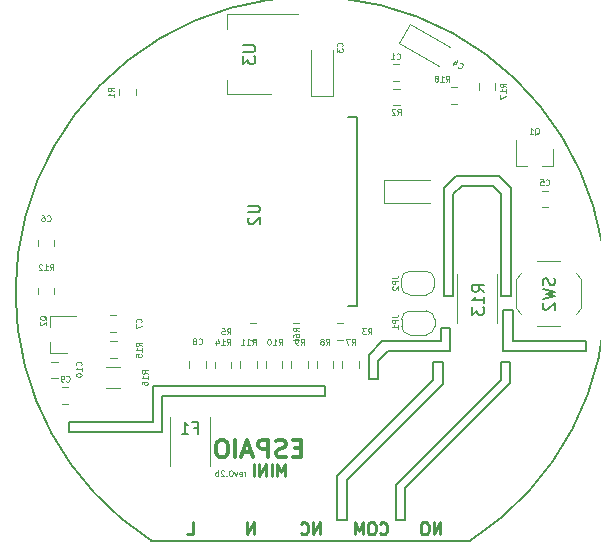
<source format=gbo>
G04 #@! TF.GenerationSoftware,KiCad,Pcbnew,(5.0.0)*
G04 #@! TF.CreationDate,2018-11-08T23:55:30+01:00*
G04 #@! TF.ProjectId,ESPAIO,45535041494F2E6B696361645F706362,rev?*
G04 #@! TF.SameCoordinates,Original*
G04 #@! TF.FileFunction,Legend,Bot*
G04 #@! TF.FilePolarity,Positive*
%FSLAX46Y46*%
G04 Gerber Fmt 4.6, Leading zero omitted, Abs format (unit mm)*
G04 Created by KiCad (PCBNEW (5.0.0)) date 11/08/18 23:55:30*
%MOMM*%
%LPD*%
G01*
G04 APERTURE LIST*
%ADD10C,0.200000*%
%ADD11C,0.125000*%
%ADD12C,0.250000*%
%ADD13C,0.375000*%
%ADD14C,0.120000*%
%ADD15C,0.152400*%
%ADD16C,0.150000*%
G04 APERTURE END LIST*
D10*
X100266500Y-105600500D02*
X100266500Y-102108000D01*
X107315000Y-105600500D02*
X100266500Y-105600500D01*
X107315000Y-104775000D02*
X107315000Y-105600500D01*
X101092000Y-104775000D02*
X107315000Y-104775000D01*
X101092000Y-102108000D02*
X101092000Y-104775000D01*
X100266500Y-102108000D02*
X101092000Y-102108000D01*
X88900000Y-105918000D02*
X90043000Y-104775000D01*
X89725500Y-106426000D02*
X90551000Y-105600500D01*
X100965000Y-91821000D02*
X100965000Y-100965000D01*
X99441000Y-91630500D02*
X100139500Y-92329000D01*
X99949000Y-90805000D02*
X100965000Y-91821000D01*
X95250000Y-91821000D02*
X96266000Y-90805000D01*
X96075500Y-92329000D02*
X96774000Y-91630500D01*
X96266000Y-90805000D02*
X99949000Y-90805000D01*
X95250000Y-100965000D02*
X95250000Y-91821000D01*
X100139500Y-100965000D02*
X100965000Y-100965000D01*
X100139500Y-92329000D02*
X100139500Y-100965000D01*
X96774000Y-91630500D02*
X99441000Y-91630500D01*
X96075500Y-100965000D02*
X96075500Y-92329000D01*
X95250000Y-100965000D02*
X96075500Y-100965000D01*
X88900000Y-105918000D02*
X88900000Y-107950000D01*
X94996000Y-104775000D02*
X90043000Y-104775000D01*
X94996000Y-103632000D02*
X94996000Y-104775000D01*
X95821500Y-103632000D02*
X94996000Y-103632000D01*
X95821500Y-105600500D02*
X95821500Y-103632000D01*
X90551000Y-105600500D02*
X95821500Y-105600500D01*
X89725500Y-107950000D02*
X89725500Y-106426000D01*
X88900000Y-107950000D02*
X89725500Y-107950000D01*
X70612000Y-108585000D02*
X85217000Y-108585000D01*
X85217000Y-109410500D02*
X71437500Y-109410500D01*
X71437500Y-112458500D02*
X71437500Y-109410500D01*
X63500000Y-112458500D02*
X71437500Y-112458500D01*
X85217000Y-108585000D02*
X85217000Y-109410500D01*
X70612000Y-111633000D02*
X70612000Y-108585000D01*
X63500000Y-111633000D02*
X70612000Y-111633000D01*
X63500000Y-112458500D02*
X63500000Y-111633000D01*
X100076000Y-106489500D02*
X100901500Y-106489500D01*
X94361000Y-106489500D02*
X95186500Y-106489500D01*
X91186000Y-119888000D02*
X92011500Y-119888000D01*
X86233000Y-119888000D02*
X87058500Y-119888000D01*
X100076000Y-108077000D02*
X100076000Y-106489500D01*
X100901500Y-108331000D02*
X92011500Y-117221000D01*
X91186000Y-116967000D02*
X100076000Y-108077000D01*
X100901500Y-106489500D02*
X100901500Y-108331000D01*
X91186000Y-119888000D02*
X91186000Y-116967000D01*
X92011500Y-119888000D02*
X92011500Y-117221000D01*
X95186500Y-108394500D02*
X87058500Y-116522500D01*
X95186500Y-106489500D02*
X95186500Y-108394500D01*
X94361000Y-108077000D02*
X94361000Y-106489500D01*
X86233000Y-116205000D02*
X94361000Y-108077000D01*
X86233000Y-119888000D02*
X86233000Y-116205000D01*
X87058500Y-119888000D02*
X87058500Y-116522500D01*
X70510501Y-121635125D02*
G75*
G02X59010501Y-100593500I13499999J21041625D01*
G01*
X59010500Y-100593500D02*
G75*
G02X97510500Y-121635125I25000000J0D01*
G01*
X70510501Y-121635125D02*
X97510500Y-121635125D01*
D11*
X78477904Y-116177190D02*
X78477904Y-115843857D01*
X78477904Y-115939095D02*
X78454095Y-115891476D01*
X78430285Y-115867666D01*
X78382666Y-115843857D01*
X78335047Y-115843857D01*
X77977904Y-116153380D02*
X78025523Y-116177190D01*
X78120761Y-116177190D01*
X78168380Y-116153380D01*
X78192190Y-116105761D01*
X78192190Y-115915285D01*
X78168380Y-115867666D01*
X78120761Y-115843857D01*
X78025523Y-115843857D01*
X77977904Y-115867666D01*
X77954095Y-115915285D01*
X77954095Y-115962904D01*
X78192190Y-116010523D01*
X77787428Y-115843857D02*
X77668380Y-116177190D01*
X77549333Y-115843857D01*
X77263619Y-115677190D02*
X77215999Y-115677190D01*
X77168380Y-115701000D01*
X77144571Y-115724809D01*
X77120761Y-115772428D01*
X77096952Y-115867666D01*
X77096952Y-115986714D01*
X77120761Y-116081952D01*
X77144571Y-116129571D01*
X77168380Y-116153380D01*
X77215999Y-116177190D01*
X77263619Y-116177190D01*
X77311238Y-116153380D01*
X77335047Y-116129571D01*
X77358857Y-116081952D01*
X77382666Y-115986714D01*
X77382666Y-115867666D01*
X77358857Y-115772428D01*
X77335047Y-115724809D01*
X77311238Y-115701000D01*
X77263619Y-115677190D01*
X76882666Y-116129571D02*
X76858857Y-116153380D01*
X76882666Y-116177190D01*
X76906476Y-116153380D01*
X76882666Y-116129571D01*
X76882666Y-116177190D01*
X76668380Y-115724809D02*
X76644571Y-115701000D01*
X76596952Y-115677190D01*
X76477904Y-115677190D01*
X76430285Y-115701000D01*
X76406476Y-115724809D01*
X76382666Y-115772428D01*
X76382666Y-115820047D01*
X76406476Y-115891476D01*
X76692190Y-116177190D01*
X76382666Y-116177190D01*
X76168380Y-116177190D02*
X76168380Y-115677190D01*
X76168380Y-115867666D02*
X76120761Y-115843857D01*
X76025523Y-115843857D01*
X75977904Y-115867666D01*
X75954095Y-115891476D01*
X75930285Y-115939095D01*
X75930285Y-116081952D01*
X75954095Y-116129571D01*
X75977904Y-116153380D01*
X76025523Y-116177190D01*
X76120761Y-116177190D01*
X76168380Y-116153380D01*
D12*
X81851333Y-116149380D02*
X81851333Y-115149380D01*
X81518000Y-115863666D01*
X81184666Y-115149380D01*
X81184666Y-116149380D01*
X80708476Y-116149380D02*
X80708476Y-115149380D01*
X80232285Y-116149380D02*
X80232285Y-115149380D01*
X79660857Y-116149380D01*
X79660857Y-115149380D01*
X79184666Y-116149380D02*
X79184666Y-115149380D01*
X89876214Y-121007142D02*
X89923833Y-121054761D01*
X90066690Y-121102380D01*
X90161928Y-121102380D01*
X90304785Y-121054761D01*
X90400023Y-120959523D01*
X90447642Y-120864285D01*
X90495261Y-120673809D01*
X90495261Y-120530952D01*
X90447642Y-120340476D01*
X90400023Y-120245238D01*
X90304785Y-120150000D01*
X90161928Y-120102380D01*
X90066690Y-120102380D01*
X89923833Y-120150000D01*
X89876214Y-120197619D01*
X89257166Y-120102380D02*
X89066690Y-120102380D01*
X88971452Y-120150000D01*
X88876214Y-120245238D01*
X88828595Y-120435714D01*
X88828595Y-120769047D01*
X88876214Y-120959523D01*
X88971452Y-121054761D01*
X89066690Y-121102380D01*
X89257166Y-121102380D01*
X89352404Y-121054761D01*
X89447642Y-120959523D01*
X89495261Y-120769047D01*
X89495261Y-120435714D01*
X89447642Y-120245238D01*
X89352404Y-120150000D01*
X89257166Y-120102380D01*
X88400023Y-121102380D02*
X88400023Y-120102380D01*
X88066690Y-120816666D01*
X87733357Y-120102380D01*
X87733357Y-121102380D01*
X84796214Y-121102380D02*
X84796214Y-120102380D01*
X84224785Y-121102380D01*
X84224785Y-120102380D01*
X83177166Y-121007142D02*
X83224785Y-121054761D01*
X83367642Y-121102380D01*
X83462880Y-121102380D01*
X83605738Y-121054761D01*
X83700976Y-120959523D01*
X83748595Y-120864285D01*
X83796214Y-120673809D01*
X83796214Y-120530952D01*
X83748595Y-120340476D01*
X83700976Y-120245238D01*
X83605738Y-120150000D01*
X83462880Y-120102380D01*
X83367642Y-120102380D01*
X83224785Y-120150000D01*
X83177166Y-120197619D01*
X73540976Y-121102380D02*
X74017166Y-121102380D01*
X74017166Y-120102380D01*
X94980023Y-121102380D02*
X94980023Y-120102380D01*
X94408595Y-121102380D01*
X94408595Y-120102380D01*
X93741928Y-120102380D02*
X93551452Y-120102380D01*
X93456214Y-120150000D01*
X93360976Y-120245238D01*
X93313357Y-120435714D01*
X93313357Y-120769047D01*
X93360976Y-120959523D01*
X93456214Y-121054761D01*
X93551452Y-121102380D01*
X93741928Y-121102380D01*
X93837166Y-121054761D01*
X93932404Y-120959523D01*
X93980023Y-120769047D01*
X93980023Y-120435714D01*
X93932404Y-120245238D01*
X93837166Y-120150000D01*
X93741928Y-120102380D01*
X79216214Y-121102380D02*
X79216214Y-120102380D01*
X78644785Y-121102380D01*
X78644785Y-120102380D01*
D13*
X83200428Y-113811857D02*
X82700428Y-113811857D01*
X82486142Y-114597571D02*
X83200428Y-114597571D01*
X83200428Y-113097571D01*
X82486142Y-113097571D01*
X81914714Y-114526142D02*
X81700428Y-114597571D01*
X81343285Y-114597571D01*
X81200428Y-114526142D01*
X81129000Y-114454714D01*
X81057571Y-114311857D01*
X81057571Y-114169000D01*
X81129000Y-114026142D01*
X81200428Y-113954714D01*
X81343285Y-113883285D01*
X81629000Y-113811857D01*
X81771857Y-113740428D01*
X81843285Y-113669000D01*
X81914714Y-113526142D01*
X81914714Y-113383285D01*
X81843285Y-113240428D01*
X81771857Y-113169000D01*
X81629000Y-113097571D01*
X81271857Y-113097571D01*
X81057571Y-113169000D01*
X80414714Y-114597571D02*
X80414714Y-113097571D01*
X79843285Y-113097571D01*
X79700428Y-113169000D01*
X79629000Y-113240428D01*
X79557571Y-113383285D01*
X79557571Y-113597571D01*
X79629000Y-113740428D01*
X79700428Y-113811857D01*
X79843285Y-113883285D01*
X80414714Y-113883285D01*
X78986142Y-114169000D02*
X78271857Y-114169000D01*
X79129000Y-114597571D02*
X78629000Y-113097571D01*
X78129000Y-114597571D01*
X77629000Y-114597571D02*
X77629000Y-113097571D01*
X76629000Y-113097571D02*
X76343285Y-113097571D01*
X76200428Y-113169000D01*
X76057571Y-113311857D01*
X75986142Y-113597571D01*
X75986142Y-114097571D01*
X76057571Y-114383285D01*
X76200428Y-114526142D01*
X76343285Y-114597571D01*
X76629000Y-114597571D01*
X76771857Y-114526142D01*
X76914714Y-114383285D01*
X76986142Y-114097571D01*
X76986142Y-113597571D01*
X76914714Y-113311857D01*
X76771857Y-113169000D01*
X76629000Y-113097571D01*
D14*
G04 #@! TO.C,JP2*
X92376000Y-100822000D02*
X93776000Y-100822000D01*
X94476000Y-100122000D02*
X94476000Y-99522000D01*
X93776000Y-98822000D02*
X92376000Y-98822000D01*
X91676000Y-99522000D02*
X91676000Y-100122000D01*
X91676000Y-100122000D02*
G75*
G03X92376000Y-100822000I700000J0D01*
G01*
X92376000Y-98822000D02*
G75*
G03X91676000Y-99522000I0J-700000D01*
G01*
X94476000Y-99522000D02*
G75*
G03X93776000Y-98822000I-700000J0D01*
G01*
X93776000Y-100822000D02*
G75*
G03X94476000Y-100122000I0J700000D01*
G01*
G04 #@! TO.C,JP1*
X92391000Y-104187500D02*
X93791000Y-104187500D01*
X94491000Y-103487500D02*
X94491000Y-102887500D01*
X93791000Y-102187500D02*
X92391000Y-102187500D01*
X91691000Y-102887500D02*
X91691000Y-103487500D01*
X91691000Y-103487500D02*
G75*
G03X92391000Y-104187500I700000J0D01*
G01*
X92391000Y-102187500D02*
G75*
G03X91691000Y-102887500I0J-700000D01*
G01*
X94491000Y-102887500D02*
G75*
G03X93791000Y-102187500I-700000J0D01*
G01*
X93791000Y-104187500D02*
G75*
G03X94491000Y-103487500I0J700000D01*
G01*
G04 #@! TO.C,C4*
X92446981Y-77918266D02*
X95833141Y-79873266D01*
X91511981Y-79537734D02*
X92446981Y-77918266D01*
X94898141Y-81492734D02*
X91511981Y-79537734D01*
G04 #@! TO.C,U3*
X76918500Y-83864500D02*
X76918500Y-82604500D01*
X76918500Y-77044500D02*
X76918500Y-78304500D01*
X80678500Y-83864500D02*
X76918500Y-83864500D01*
X82928500Y-77044500D02*
X76918500Y-77044500D01*
G04 #@! TO.C,R8*
X85927000Y-106469922D02*
X85927000Y-106987078D01*
X84507000Y-106469922D02*
X84507000Y-106987078D01*
G04 #@! TO.C,R14*
X77291000Y-106499922D02*
X77291000Y-107017078D01*
X75871000Y-106499922D02*
X75871000Y-107017078D01*
G04 #@! TO.C,R9*
X82348000Y-106469922D02*
X82348000Y-106987078D01*
X83768000Y-106469922D02*
X83768000Y-106987078D01*
G04 #@! TO.C,R7*
X86666000Y-106469922D02*
X86666000Y-106987078D01*
X88086000Y-106469922D02*
X88086000Y-106987078D01*
G04 #@! TO.C,R11*
X78030000Y-106469922D02*
X78030000Y-106987078D01*
X79450000Y-106469922D02*
X79450000Y-106987078D01*
G04 #@! TO.C,R10*
X81609000Y-106469922D02*
X81609000Y-106987078D01*
X80189000Y-106469922D02*
X80189000Y-106987078D01*
G04 #@! TO.C,Q1*
X104516000Y-89898000D02*
X104516000Y-88438000D01*
X101356000Y-89898000D02*
X101356000Y-87738000D01*
X101356000Y-89898000D02*
X102286000Y-89898000D01*
X104516000Y-89898000D02*
X103586000Y-89898000D01*
D15*
G04 #@! TO.C,U2*
X87171500Y-85767500D02*
X87933500Y-85767500D01*
X87933500Y-85767500D02*
X87933500Y-101769500D01*
X87933500Y-101769500D02*
X87171500Y-101769500D01*
D14*
G04 #@! TO.C,C1*
X90942422Y-81268500D02*
X91459578Y-81268500D01*
X90942422Y-82688500D02*
X91459578Y-82688500D01*
G04 #@! TO.C,C6*
X60885000Y-96212922D02*
X60885000Y-96730078D01*
X62305000Y-96212922D02*
X62305000Y-96730078D01*
G04 #@! TO.C,C7*
X67036422Y-102541000D02*
X67553578Y-102541000D01*
X67036422Y-103961000D02*
X67553578Y-103961000D01*
G04 #@! TO.C,C8*
X73712000Y-106469922D02*
X73712000Y-106987078D01*
X75132000Y-106469922D02*
X75132000Y-106987078D01*
G04 #@! TO.C,C9*
X63456078Y-110057000D02*
X62938922Y-110057000D01*
X63456078Y-108637000D02*
X62938922Y-108637000D01*
G04 #@! TO.C,C10*
X62049922Y-107898000D02*
X62567078Y-107898000D01*
X62049922Y-106478000D02*
X62567078Y-106478000D01*
G04 #@! TO.C,Q2*
X61930500Y-105786000D02*
X61930500Y-104856000D01*
X61930500Y-102626000D02*
X61930500Y-103556000D01*
X61930500Y-102626000D02*
X64090500Y-102626000D01*
X61930500Y-105786000D02*
X63390500Y-105786000D01*
G04 #@! TO.C,R1*
X67806500Y-83903078D02*
X67806500Y-83385922D01*
X69226500Y-83903078D02*
X69226500Y-83385922D01*
G04 #@! TO.C,R3*
X86243422Y-103239500D02*
X86760578Y-103239500D01*
X86243422Y-104659500D02*
X86760578Y-104659500D01*
G04 #@! TO.C,R5*
X78847422Y-104659500D02*
X79364578Y-104659500D01*
X78847422Y-103239500D02*
X79364578Y-103239500D01*
G04 #@! TO.C,R6*
X82530422Y-104659500D02*
X83047578Y-104659500D01*
X82530422Y-103239500D02*
X83047578Y-103239500D01*
G04 #@! TO.C,R12*
X60885000Y-100764078D02*
X60885000Y-100246922D01*
X62305000Y-100764078D02*
X62305000Y-100246922D01*
G04 #@! TO.C,R15*
X67568578Y-104763500D02*
X67051422Y-104763500D01*
X67568578Y-106183500D02*
X67051422Y-106183500D01*
G04 #@! TO.C,R17*
X98223000Y-82926422D02*
X98223000Y-83443578D01*
X99643000Y-82926422D02*
X99643000Y-83443578D01*
G04 #@! TO.C,R18*
X95880422Y-83237000D02*
X96397578Y-83237000D01*
X95880422Y-84657000D02*
X96397578Y-84657000D01*
G04 #@! TO.C,R13*
X99817500Y-103207564D02*
X99817500Y-99103436D01*
X96397500Y-103207564D02*
X96397500Y-99103436D01*
G04 #@! TO.C,R16*
X67851564Y-106913000D02*
X66647436Y-106913000D01*
X67851564Y-108733000D02*
X66647436Y-108733000D01*
G04 #@! TO.C,C3*
X85898000Y-80108000D02*
X85898000Y-84018000D01*
X85898000Y-84018000D02*
X84028000Y-84018000D01*
X84028000Y-84018000D02*
X84028000Y-80108000D01*
G04 #@! TO.C,D2*
X90207000Y-93075000D02*
X90207000Y-91075000D01*
X90207000Y-91075000D02*
X94107000Y-91075000D01*
X90207000Y-93075000D02*
X94107000Y-93075000D01*
G04 #@! TO.C,C5*
X104066078Y-92000000D02*
X103548922Y-92000000D01*
X104066078Y-93420000D02*
X103548922Y-93420000D01*
G04 #@! TO.C,SW2*
X106440000Y-99011000D02*
X106890000Y-99461000D01*
X106440000Y-102411000D02*
X106890000Y-101961000D01*
X101840000Y-102411000D02*
X101390000Y-101961000D01*
X101840000Y-99011000D02*
X101390000Y-99461000D01*
X103140000Y-103461000D02*
X105140000Y-103461000D01*
X106890000Y-99461000D02*
X106890000Y-101961000D01*
X103140000Y-97961000D02*
X105140000Y-97961000D01*
X101390000Y-99461000D02*
X101390000Y-101961000D01*
G04 #@! TO.C,F1*
X75497000Y-115315064D02*
X75497000Y-111210936D01*
X72077000Y-115315064D02*
X72077000Y-111210936D01*
G04 #@! TO.C,R2*
X91005922Y-84784000D02*
X91523078Y-84784000D01*
X91005922Y-83364000D02*
X91523078Y-83364000D01*
G04 #@! TD*
G04 #@! TO.C,JP2*
D11*
X90912190Y-99405333D02*
X91269333Y-99405333D01*
X91340761Y-99381523D01*
X91388380Y-99333904D01*
X91412190Y-99262476D01*
X91412190Y-99214857D01*
X91412190Y-99643428D02*
X90912190Y-99643428D01*
X90912190Y-99833904D01*
X90936000Y-99881523D01*
X90959809Y-99905333D01*
X91007428Y-99929142D01*
X91078857Y-99929142D01*
X91126476Y-99905333D01*
X91150285Y-99881523D01*
X91174095Y-99833904D01*
X91174095Y-99643428D01*
X90959809Y-100119619D02*
X90936000Y-100143428D01*
X90912190Y-100191047D01*
X90912190Y-100310095D01*
X90936000Y-100357714D01*
X90959809Y-100381523D01*
X91007428Y-100405333D01*
X91055047Y-100405333D01*
X91126476Y-100381523D01*
X91412190Y-100095809D01*
X91412190Y-100405333D01*
G04 #@! TO.C,JP1*
X90912190Y-102707333D02*
X91269333Y-102707333D01*
X91340761Y-102683523D01*
X91388380Y-102635904D01*
X91412190Y-102564476D01*
X91412190Y-102516857D01*
X91412190Y-102945428D02*
X90912190Y-102945428D01*
X90912190Y-103135904D01*
X90936000Y-103183523D01*
X90959809Y-103207333D01*
X91007428Y-103231142D01*
X91078857Y-103231142D01*
X91126476Y-103207333D01*
X91150285Y-103183523D01*
X91174095Y-103135904D01*
X91174095Y-102945428D01*
X91412190Y-103707333D02*
X91412190Y-103421619D01*
X91412190Y-103564476D02*
X90912190Y-103564476D01*
X90983619Y-103516857D01*
X91031238Y-103469238D01*
X91055047Y-103421619D01*
G04 #@! TO.C,C4*
X96451840Y-81516314D02*
X96460554Y-81548838D01*
X96510509Y-81605172D01*
X96551748Y-81628981D01*
X96625512Y-81644076D01*
X96690561Y-81626646D01*
X96734990Y-81597312D01*
X96803228Y-81526738D01*
X96838943Y-81464879D01*
X96865942Y-81370496D01*
X96869132Y-81317352D01*
X96851702Y-81252303D01*
X96801748Y-81195969D01*
X96760509Y-81172159D01*
X96686745Y-81157065D01*
X96654221Y-81165779D01*
X96223543Y-81054592D02*
X96056876Y-81343267D01*
X96421879Y-80949159D02*
X96346406Y-81317977D01*
X96078351Y-81163215D01*
G04 #@! TO.C,U3*
D16*
X78305880Y-79692595D02*
X79115404Y-79692595D01*
X79210642Y-79740214D01*
X79258261Y-79787833D01*
X79305880Y-79883071D01*
X79305880Y-80073547D01*
X79258261Y-80168785D01*
X79210642Y-80216404D01*
X79115404Y-80264023D01*
X78305880Y-80264023D01*
X78305880Y-80644976D02*
X78305880Y-81264023D01*
X78686833Y-80930690D01*
X78686833Y-81073547D01*
X78734452Y-81168785D01*
X78782071Y-81216404D01*
X78877309Y-81264023D01*
X79115404Y-81264023D01*
X79210642Y-81216404D01*
X79258261Y-81168785D01*
X79305880Y-81073547D01*
X79305880Y-80787833D01*
X79258261Y-80692595D01*
X79210642Y-80644976D01*
G04 #@! TO.C,R8*
D11*
X85300333Y-105047190D02*
X85467000Y-104809095D01*
X85586047Y-105047190D02*
X85586047Y-104547190D01*
X85395571Y-104547190D01*
X85347952Y-104571000D01*
X85324142Y-104594809D01*
X85300333Y-104642428D01*
X85300333Y-104713857D01*
X85324142Y-104761476D01*
X85347952Y-104785285D01*
X85395571Y-104809095D01*
X85586047Y-104809095D01*
X85014619Y-104761476D02*
X85062238Y-104737666D01*
X85086047Y-104713857D01*
X85109857Y-104666238D01*
X85109857Y-104642428D01*
X85086047Y-104594809D01*
X85062238Y-104571000D01*
X85014619Y-104547190D01*
X84919380Y-104547190D01*
X84871761Y-104571000D01*
X84847952Y-104594809D01*
X84824142Y-104642428D01*
X84824142Y-104666238D01*
X84847952Y-104713857D01*
X84871761Y-104737666D01*
X84919380Y-104761476D01*
X85014619Y-104761476D01*
X85062238Y-104785285D01*
X85086047Y-104809095D01*
X85109857Y-104856714D01*
X85109857Y-104951952D01*
X85086047Y-104999571D01*
X85062238Y-105023380D01*
X85014619Y-105047190D01*
X84919380Y-105047190D01*
X84871761Y-105023380D01*
X84847952Y-104999571D01*
X84824142Y-104951952D01*
X84824142Y-104856714D01*
X84847952Y-104809095D01*
X84871761Y-104785285D01*
X84919380Y-104761476D01*
G04 #@! TO.C,R14*
X76902428Y-105077190D02*
X77069095Y-104839095D01*
X77188142Y-105077190D02*
X77188142Y-104577190D01*
X76997666Y-104577190D01*
X76950047Y-104601000D01*
X76926238Y-104624809D01*
X76902428Y-104672428D01*
X76902428Y-104743857D01*
X76926238Y-104791476D01*
X76950047Y-104815285D01*
X76997666Y-104839095D01*
X77188142Y-104839095D01*
X76426238Y-105077190D02*
X76711952Y-105077190D01*
X76569095Y-105077190D02*
X76569095Y-104577190D01*
X76616714Y-104648619D01*
X76664333Y-104696238D01*
X76711952Y-104720047D01*
X75997666Y-104743857D02*
X75997666Y-105077190D01*
X76116714Y-104553380D02*
X76235761Y-104910523D01*
X75926238Y-104910523D01*
G04 #@! TO.C,R9*
X83141333Y-105054672D02*
X83308000Y-104816577D01*
X83427047Y-105054672D02*
X83427047Y-104554672D01*
X83236571Y-104554672D01*
X83188952Y-104578482D01*
X83165142Y-104602291D01*
X83141333Y-104649910D01*
X83141333Y-104721339D01*
X83165142Y-104768958D01*
X83188952Y-104792767D01*
X83236571Y-104816577D01*
X83427047Y-104816577D01*
X82903238Y-105054672D02*
X82808000Y-105054672D01*
X82760380Y-105030862D01*
X82736571Y-105007053D01*
X82688952Y-104935624D01*
X82665142Y-104840386D01*
X82665142Y-104649910D01*
X82688952Y-104602291D01*
X82712761Y-104578482D01*
X82760380Y-104554672D01*
X82855619Y-104554672D01*
X82903238Y-104578482D01*
X82927047Y-104602291D01*
X82950857Y-104649910D01*
X82950857Y-104768958D01*
X82927047Y-104816577D01*
X82903238Y-104840386D01*
X82855619Y-104864196D01*
X82760380Y-104864196D01*
X82712761Y-104840386D01*
X82688952Y-104816577D01*
X82665142Y-104768958D01*
G04 #@! TO.C,R7*
X87459333Y-105049672D02*
X87626000Y-104811577D01*
X87745047Y-105049672D02*
X87745047Y-104549672D01*
X87554571Y-104549672D01*
X87506952Y-104573482D01*
X87483142Y-104597291D01*
X87459333Y-104644910D01*
X87459333Y-104716339D01*
X87483142Y-104763958D01*
X87506952Y-104787767D01*
X87554571Y-104811577D01*
X87745047Y-104811577D01*
X87292666Y-104549672D02*
X86959333Y-104549672D01*
X87173619Y-105049672D01*
G04 #@! TO.C,R11*
X79061428Y-105034690D02*
X79228095Y-104796595D01*
X79347142Y-105034690D02*
X79347142Y-104534690D01*
X79156666Y-104534690D01*
X79109047Y-104558500D01*
X79085238Y-104582309D01*
X79061428Y-104629928D01*
X79061428Y-104701357D01*
X79085238Y-104748976D01*
X79109047Y-104772785D01*
X79156666Y-104796595D01*
X79347142Y-104796595D01*
X78585238Y-105034690D02*
X78870952Y-105034690D01*
X78728095Y-105034690D02*
X78728095Y-104534690D01*
X78775714Y-104606119D01*
X78823333Y-104653738D01*
X78870952Y-104677547D01*
X78109047Y-105034690D02*
X78394761Y-105034690D01*
X78251904Y-105034690D02*
X78251904Y-104534690D01*
X78299523Y-104606119D01*
X78347142Y-104653738D01*
X78394761Y-104677547D01*
G04 #@! TO.C,R10*
X81283928Y-105054672D02*
X81450595Y-104816577D01*
X81569642Y-105054672D02*
X81569642Y-104554672D01*
X81379166Y-104554672D01*
X81331547Y-104578482D01*
X81307738Y-104602291D01*
X81283928Y-104649910D01*
X81283928Y-104721339D01*
X81307738Y-104768958D01*
X81331547Y-104792767D01*
X81379166Y-104816577D01*
X81569642Y-104816577D01*
X80807738Y-105054672D02*
X81093452Y-105054672D01*
X80950595Y-105054672D02*
X80950595Y-104554672D01*
X80998214Y-104626101D01*
X81045833Y-104673720D01*
X81093452Y-104697529D01*
X80498214Y-104554672D02*
X80450595Y-104554672D01*
X80402976Y-104578482D01*
X80379166Y-104602291D01*
X80355357Y-104649910D01*
X80331547Y-104745148D01*
X80331547Y-104864196D01*
X80355357Y-104959434D01*
X80379166Y-105007053D01*
X80402976Y-105030862D01*
X80450595Y-105054672D01*
X80498214Y-105054672D01*
X80545833Y-105030862D01*
X80569642Y-105007053D01*
X80593452Y-104959434D01*
X80617261Y-104864196D01*
X80617261Y-104745148D01*
X80593452Y-104649910D01*
X80569642Y-104602291D01*
X80545833Y-104578482D01*
X80498214Y-104554672D01*
G04 #@! TO.C,Q1*
X102983619Y-87252809D02*
X103031238Y-87229000D01*
X103078857Y-87181380D01*
X103150285Y-87109952D01*
X103197904Y-87086142D01*
X103245523Y-87086142D01*
X103221714Y-87205190D02*
X103269333Y-87181380D01*
X103316952Y-87133761D01*
X103340761Y-87038523D01*
X103340761Y-86871857D01*
X103316952Y-86776619D01*
X103269333Y-86729000D01*
X103221714Y-86705190D01*
X103126476Y-86705190D01*
X103078857Y-86729000D01*
X103031238Y-86776619D01*
X103007428Y-86871857D01*
X103007428Y-87038523D01*
X103031238Y-87133761D01*
X103078857Y-87181380D01*
X103126476Y-87205190D01*
X103221714Y-87205190D01*
X102531238Y-87205190D02*
X102816952Y-87205190D01*
X102674095Y-87205190D02*
X102674095Y-86705190D01*
X102721714Y-86776619D01*
X102769333Y-86824238D01*
X102816952Y-86848047D01*
G04 #@! TO.C,U2*
D16*
X78700380Y-93281595D02*
X79509904Y-93281595D01*
X79605142Y-93329214D01*
X79652761Y-93376833D01*
X79700380Y-93472071D01*
X79700380Y-93662547D01*
X79652761Y-93757785D01*
X79605142Y-93805404D01*
X79509904Y-93853023D01*
X78700380Y-93853023D01*
X78795619Y-94281595D02*
X78748000Y-94329214D01*
X78700380Y-94424452D01*
X78700380Y-94662547D01*
X78748000Y-94757785D01*
X78795619Y-94805404D01*
X78890857Y-94853023D01*
X78986095Y-94853023D01*
X79128952Y-94805404D01*
X79700380Y-94233976D01*
X79700380Y-94853023D01*
G04 #@! TO.C,C1*
D11*
X91269333Y-80823571D02*
X91293142Y-80847380D01*
X91364571Y-80871190D01*
X91412190Y-80871190D01*
X91483619Y-80847380D01*
X91531238Y-80799761D01*
X91555047Y-80752142D01*
X91578857Y-80656904D01*
X91578857Y-80585476D01*
X91555047Y-80490238D01*
X91531238Y-80442619D01*
X91483619Y-80395000D01*
X91412190Y-80371190D01*
X91364571Y-80371190D01*
X91293142Y-80395000D01*
X91269333Y-80418809D01*
X90793142Y-80871190D02*
X91078857Y-80871190D01*
X90936000Y-80871190D02*
X90936000Y-80371190D01*
X90983619Y-80442619D01*
X91031238Y-80490238D01*
X91078857Y-80514047D01*
G04 #@! TO.C,C6*
X61678333Y-94539571D02*
X61702142Y-94563380D01*
X61773571Y-94587190D01*
X61821190Y-94587190D01*
X61892619Y-94563380D01*
X61940238Y-94515761D01*
X61964047Y-94468142D01*
X61987857Y-94372904D01*
X61987857Y-94301476D01*
X61964047Y-94206238D01*
X61940238Y-94158619D01*
X61892619Y-94111000D01*
X61821190Y-94087190D01*
X61773571Y-94087190D01*
X61702142Y-94111000D01*
X61678333Y-94134809D01*
X61249761Y-94087190D02*
X61345000Y-94087190D01*
X61392619Y-94111000D01*
X61416428Y-94134809D01*
X61464047Y-94206238D01*
X61487857Y-94301476D01*
X61487857Y-94491952D01*
X61464047Y-94539571D01*
X61440238Y-94563380D01*
X61392619Y-94587190D01*
X61297380Y-94587190D01*
X61249761Y-94563380D01*
X61225952Y-94539571D01*
X61202142Y-94491952D01*
X61202142Y-94372904D01*
X61225952Y-94325285D01*
X61249761Y-94301476D01*
X61297380Y-94277666D01*
X61392619Y-94277666D01*
X61440238Y-94301476D01*
X61464047Y-94325285D01*
X61487857Y-94372904D01*
G04 #@! TO.C,C7*
X69647571Y-103167666D02*
X69671380Y-103143857D01*
X69695190Y-103072428D01*
X69695190Y-103024809D01*
X69671380Y-102953380D01*
X69623761Y-102905761D01*
X69576142Y-102881952D01*
X69480904Y-102858142D01*
X69409476Y-102858142D01*
X69314238Y-102881952D01*
X69266619Y-102905761D01*
X69219000Y-102953380D01*
X69195190Y-103024809D01*
X69195190Y-103072428D01*
X69219000Y-103143857D01*
X69242809Y-103167666D01*
X69195190Y-103334333D02*
X69195190Y-103667666D01*
X69695190Y-103453380D01*
G04 #@! TO.C,C8*
X74505333Y-104953571D02*
X74529142Y-104977380D01*
X74600571Y-105001190D01*
X74648190Y-105001190D01*
X74719619Y-104977380D01*
X74767238Y-104929761D01*
X74791047Y-104882142D01*
X74814857Y-104786904D01*
X74814857Y-104715476D01*
X74791047Y-104620238D01*
X74767238Y-104572619D01*
X74719619Y-104525000D01*
X74648190Y-104501190D01*
X74600571Y-104501190D01*
X74529142Y-104525000D01*
X74505333Y-104548809D01*
X74219619Y-104715476D02*
X74267238Y-104691666D01*
X74291047Y-104667857D01*
X74314857Y-104620238D01*
X74314857Y-104596428D01*
X74291047Y-104548809D01*
X74267238Y-104525000D01*
X74219619Y-104501190D01*
X74124380Y-104501190D01*
X74076761Y-104525000D01*
X74052952Y-104548809D01*
X74029142Y-104596428D01*
X74029142Y-104620238D01*
X74052952Y-104667857D01*
X74076761Y-104691666D01*
X74124380Y-104715476D01*
X74219619Y-104715476D01*
X74267238Y-104739285D01*
X74291047Y-104763095D01*
X74314857Y-104810714D01*
X74314857Y-104905952D01*
X74291047Y-104953571D01*
X74267238Y-104977380D01*
X74219619Y-105001190D01*
X74124380Y-105001190D01*
X74076761Y-104977380D01*
X74052952Y-104953571D01*
X74029142Y-104905952D01*
X74029142Y-104810714D01*
X74052952Y-104763095D01*
X74076761Y-104739285D01*
X74124380Y-104715476D01*
G04 #@! TO.C,C9*
X63295833Y-108128571D02*
X63319642Y-108152380D01*
X63391071Y-108176190D01*
X63438690Y-108176190D01*
X63510119Y-108152380D01*
X63557738Y-108104761D01*
X63581547Y-108057142D01*
X63605357Y-107961904D01*
X63605357Y-107890476D01*
X63581547Y-107795238D01*
X63557738Y-107747619D01*
X63510119Y-107700000D01*
X63438690Y-107676190D01*
X63391071Y-107676190D01*
X63319642Y-107700000D01*
X63295833Y-107723809D01*
X63057738Y-108176190D02*
X62962500Y-108176190D01*
X62914880Y-108152380D01*
X62891071Y-108128571D01*
X62843452Y-108057142D01*
X62819642Y-107961904D01*
X62819642Y-107771428D01*
X62843452Y-107723809D01*
X62867261Y-107700000D01*
X62914880Y-107676190D01*
X63010119Y-107676190D01*
X63057738Y-107700000D01*
X63081547Y-107723809D01*
X63105357Y-107771428D01*
X63105357Y-107890476D01*
X63081547Y-107938095D01*
X63057738Y-107961904D01*
X63010119Y-107985714D01*
X62914880Y-107985714D01*
X62867261Y-107961904D01*
X62843452Y-107938095D01*
X62819642Y-107890476D01*
G04 #@! TO.C,C10*
X64567571Y-106803071D02*
X64591380Y-106779261D01*
X64615190Y-106707833D01*
X64615190Y-106660214D01*
X64591380Y-106588785D01*
X64543761Y-106541166D01*
X64496142Y-106517357D01*
X64400904Y-106493547D01*
X64329476Y-106493547D01*
X64234238Y-106517357D01*
X64186619Y-106541166D01*
X64139000Y-106588785D01*
X64115190Y-106660214D01*
X64115190Y-106707833D01*
X64139000Y-106779261D01*
X64162809Y-106803071D01*
X64615190Y-107279261D02*
X64615190Y-106993547D01*
X64615190Y-107136404D02*
X64115190Y-107136404D01*
X64186619Y-107088785D01*
X64234238Y-107041166D01*
X64258047Y-106993547D01*
X64115190Y-107588785D02*
X64115190Y-107636404D01*
X64139000Y-107684023D01*
X64162809Y-107707833D01*
X64210428Y-107731642D01*
X64305666Y-107755452D01*
X64424714Y-107755452D01*
X64519952Y-107731642D01*
X64567571Y-107707833D01*
X64591380Y-107684023D01*
X64615190Y-107636404D01*
X64615190Y-107588785D01*
X64591380Y-107541166D01*
X64567571Y-107517357D01*
X64519952Y-107493547D01*
X64424714Y-107469738D01*
X64305666Y-107469738D01*
X64210428Y-107493547D01*
X64162809Y-107517357D01*
X64139000Y-107541166D01*
X64115190Y-107588785D01*
G04 #@! TO.C,Q2*
X61614809Y-102949380D02*
X61591000Y-102901761D01*
X61543380Y-102854142D01*
X61471952Y-102782714D01*
X61448142Y-102735095D01*
X61448142Y-102687476D01*
X61567190Y-102711285D02*
X61543380Y-102663666D01*
X61495761Y-102616047D01*
X61400523Y-102592238D01*
X61233857Y-102592238D01*
X61138619Y-102616047D01*
X61091000Y-102663666D01*
X61067190Y-102711285D01*
X61067190Y-102806523D01*
X61091000Y-102854142D01*
X61138619Y-102901761D01*
X61233857Y-102925571D01*
X61400523Y-102925571D01*
X61495761Y-102901761D01*
X61543380Y-102854142D01*
X61567190Y-102806523D01*
X61567190Y-102711285D01*
X61114809Y-103116047D02*
X61091000Y-103139857D01*
X61067190Y-103187476D01*
X61067190Y-103306523D01*
X61091000Y-103354142D01*
X61114809Y-103377952D01*
X61162428Y-103401761D01*
X61210047Y-103401761D01*
X61281476Y-103377952D01*
X61567190Y-103092238D01*
X61567190Y-103401761D01*
G04 #@! TO.C,R1*
X67345690Y-83609666D02*
X67107595Y-83443000D01*
X67345690Y-83323952D02*
X66845690Y-83323952D01*
X66845690Y-83514428D01*
X66869500Y-83562047D01*
X66893309Y-83585857D01*
X66940928Y-83609666D01*
X67012357Y-83609666D01*
X67059976Y-83585857D01*
X67083785Y-83562047D01*
X67107595Y-83514428D01*
X67107595Y-83323952D01*
X67345690Y-84085857D02*
X67345690Y-83800142D01*
X67345690Y-83943000D02*
X66845690Y-83943000D01*
X66917119Y-83895380D01*
X66964738Y-83847761D01*
X66988547Y-83800142D01*
G04 #@! TO.C,R3*
X88856333Y-104175690D02*
X89023000Y-103937595D01*
X89142047Y-104175690D02*
X89142047Y-103675690D01*
X88951571Y-103675690D01*
X88903952Y-103699500D01*
X88880142Y-103723309D01*
X88856333Y-103770928D01*
X88856333Y-103842357D01*
X88880142Y-103889976D01*
X88903952Y-103913785D01*
X88951571Y-103937595D01*
X89142047Y-103937595D01*
X88689666Y-103675690D02*
X88380142Y-103675690D01*
X88546809Y-103866166D01*
X88475380Y-103866166D01*
X88427761Y-103889976D01*
X88403952Y-103913785D01*
X88380142Y-103961404D01*
X88380142Y-104080452D01*
X88403952Y-104128071D01*
X88427761Y-104151880D01*
X88475380Y-104175690D01*
X88618238Y-104175690D01*
X88665857Y-104151880D01*
X88689666Y-104128071D01*
G04 #@! TO.C,R5*
X76918333Y-104175690D02*
X77085000Y-103937595D01*
X77204047Y-104175690D02*
X77204047Y-103675690D01*
X77013571Y-103675690D01*
X76965952Y-103699500D01*
X76942142Y-103723309D01*
X76918333Y-103770928D01*
X76918333Y-103842357D01*
X76942142Y-103889976D01*
X76965952Y-103913785D01*
X77013571Y-103937595D01*
X77204047Y-103937595D01*
X76465952Y-103675690D02*
X76704047Y-103675690D01*
X76727857Y-103913785D01*
X76704047Y-103889976D01*
X76656428Y-103866166D01*
X76537380Y-103866166D01*
X76489761Y-103889976D01*
X76465952Y-103913785D01*
X76442142Y-103961404D01*
X76442142Y-104080452D01*
X76465952Y-104128071D01*
X76489761Y-104151880D01*
X76537380Y-104175690D01*
X76656428Y-104175690D01*
X76704047Y-104151880D01*
X76727857Y-104128071D01*
G04 #@! TO.C,R6*
X83030190Y-103929666D02*
X82792095Y-103763000D01*
X83030190Y-103643952D02*
X82530190Y-103643952D01*
X82530190Y-103834428D01*
X82554000Y-103882047D01*
X82577809Y-103905857D01*
X82625428Y-103929666D01*
X82696857Y-103929666D01*
X82744476Y-103905857D01*
X82768285Y-103882047D01*
X82792095Y-103834428D01*
X82792095Y-103643952D01*
X82530190Y-104358238D02*
X82530190Y-104263000D01*
X82554000Y-104215380D01*
X82577809Y-104191571D01*
X82649238Y-104143952D01*
X82744476Y-104120142D01*
X82934952Y-104120142D01*
X82982571Y-104143952D01*
X83006380Y-104167761D01*
X83030190Y-104215380D01*
X83030190Y-104310619D01*
X83006380Y-104358238D01*
X82982571Y-104382047D01*
X82934952Y-104405857D01*
X82815904Y-104405857D01*
X82768285Y-104382047D01*
X82744476Y-104358238D01*
X82720666Y-104310619D01*
X82720666Y-104215380D01*
X82744476Y-104167761D01*
X82768285Y-104143952D01*
X82815904Y-104120142D01*
G04 #@! TO.C,R12*
X61916428Y-98748190D02*
X62083095Y-98510095D01*
X62202142Y-98748190D02*
X62202142Y-98248190D01*
X62011666Y-98248190D01*
X61964047Y-98272000D01*
X61940238Y-98295809D01*
X61916428Y-98343428D01*
X61916428Y-98414857D01*
X61940238Y-98462476D01*
X61964047Y-98486285D01*
X62011666Y-98510095D01*
X62202142Y-98510095D01*
X61440238Y-98748190D02*
X61725952Y-98748190D01*
X61583095Y-98748190D02*
X61583095Y-98248190D01*
X61630714Y-98319619D01*
X61678333Y-98367238D01*
X61725952Y-98391047D01*
X61249761Y-98295809D02*
X61225952Y-98272000D01*
X61178333Y-98248190D01*
X61059285Y-98248190D01*
X61011666Y-98272000D01*
X60987857Y-98295809D01*
X60964047Y-98343428D01*
X60964047Y-98391047D01*
X60987857Y-98462476D01*
X61273571Y-98748190D01*
X60964047Y-98748190D01*
G04 #@! TO.C,R15*
X69695190Y-105152071D02*
X69457095Y-104985404D01*
X69695190Y-104866357D02*
X69195190Y-104866357D01*
X69195190Y-105056833D01*
X69219000Y-105104452D01*
X69242809Y-105128261D01*
X69290428Y-105152071D01*
X69361857Y-105152071D01*
X69409476Y-105128261D01*
X69433285Y-105104452D01*
X69457095Y-105056833D01*
X69457095Y-104866357D01*
X69695190Y-105628261D02*
X69695190Y-105342547D01*
X69695190Y-105485404D02*
X69195190Y-105485404D01*
X69266619Y-105437785D01*
X69314238Y-105390166D01*
X69338047Y-105342547D01*
X69195190Y-106080642D02*
X69195190Y-105842547D01*
X69433285Y-105818738D01*
X69409476Y-105842547D01*
X69385666Y-105890166D01*
X69385666Y-106009214D01*
X69409476Y-106056833D01*
X69433285Y-106080642D01*
X69480904Y-106104452D01*
X69599952Y-106104452D01*
X69647571Y-106080642D01*
X69671380Y-106056833D01*
X69695190Y-106009214D01*
X69695190Y-105890166D01*
X69671380Y-105842547D01*
X69647571Y-105818738D01*
G04 #@! TO.C,R17*
X100556190Y-83244571D02*
X100318095Y-83077904D01*
X100556190Y-82958857D02*
X100056190Y-82958857D01*
X100056190Y-83149333D01*
X100080000Y-83196952D01*
X100103809Y-83220761D01*
X100151428Y-83244571D01*
X100222857Y-83244571D01*
X100270476Y-83220761D01*
X100294285Y-83196952D01*
X100318095Y-83149333D01*
X100318095Y-82958857D01*
X100556190Y-83720761D02*
X100556190Y-83435047D01*
X100556190Y-83577904D02*
X100056190Y-83577904D01*
X100127619Y-83530285D01*
X100175238Y-83482666D01*
X100199047Y-83435047D01*
X100056190Y-83887428D02*
X100056190Y-84220761D01*
X100556190Y-84006476D01*
G04 #@! TO.C,R18*
X95444428Y-82776190D02*
X95611095Y-82538095D01*
X95730142Y-82776190D02*
X95730142Y-82276190D01*
X95539666Y-82276190D01*
X95492047Y-82300000D01*
X95468238Y-82323809D01*
X95444428Y-82371428D01*
X95444428Y-82442857D01*
X95468238Y-82490476D01*
X95492047Y-82514285D01*
X95539666Y-82538095D01*
X95730142Y-82538095D01*
X94968238Y-82776190D02*
X95253952Y-82776190D01*
X95111095Y-82776190D02*
X95111095Y-82276190D01*
X95158714Y-82347619D01*
X95206333Y-82395238D01*
X95253952Y-82419047D01*
X94682523Y-82490476D02*
X94730142Y-82466666D01*
X94753952Y-82442857D01*
X94777761Y-82395238D01*
X94777761Y-82371428D01*
X94753952Y-82323809D01*
X94730142Y-82300000D01*
X94682523Y-82276190D01*
X94587285Y-82276190D01*
X94539666Y-82300000D01*
X94515857Y-82323809D01*
X94492047Y-82371428D01*
X94492047Y-82395238D01*
X94515857Y-82442857D01*
X94539666Y-82466666D01*
X94587285Y-82490476D01*
X94682523Y-82490476D01*
X94730142Y-82514285D01*
X94753952Y-82538095D01*
X94777761Y-82585714D01*
X94777761Y-82680952D01*
X94753952Y-82728571D01*
X94730142Y-82752380D01*
X94682523Y-82776190D01*
X94587285Y-82776190D01*
X94539666Y-82752380D01*
X94515857Y-82728571D01*
X94492047Y-82680952D01*
X94492047Y-82585714D01*
X94515857Y-82538095D01*
X94539666Y-82514285D01*
X94587285Y-82490476D01*
G04 #@! TO.C,R13*
D16*
X98686880Y-100587642D02*
X98210690Y-100254309D01*
X98686880Y-100016214D02*
X97686880Y-100016214D01*
X97686880Y-100397166D01*
X97734500Y-100492404D01*
X97782119Y-100540023D01*
X97877357Y-100587642D01*
X98020214Y-100587642D01*
X98115452Y-100540023D01*
X98163071Y-100492404D01*
X98210690Y-100397166D01*
X98210690Y-100016214D01*
X98686880Y-101540023D02*
X98686880Y-100968595D01*
X98686880Y-101254309D02*
X97686880Y-101254309D01*
X97829738Y-101159071D01*
X97924976Y-101063833D01*
X97972595Y-100968595D01*
X97686880Y-101873357D02*
X97686880Y-102492404D01*
X98067833Y-102159071D01*
X98067833Y-102301928D01*
X98115452Y-102397166D01*
X98163071Y-102444785D01*
X98258309Y-102492404D01*
X98496404Y-102492404D01*
X98591642Y-102444785D01*
X98639261Y-102397166D01*
X98686880Y-102301928D01*
X98686880Y-102016214D01*
X98639261Y-101920976D01*
X98591642Y-101873357D01*
G04 #@! TO.C,R16*
D11*
X70203190Y-107501571D02*
X69965095Y-107334904D01*
X70203190Y-107215857D02*
X69703190Y-107215857D01*
X69703190Y-107406333D01*
X69727000Y-107453952D01*
X69750809Y-107477761D01*
X69798428Y-107501571D01*
X69869857Y-107501571D01*
X69917476Y-107477761D01*
X69941285Y-107453952D01*
X69965095Y-107406333D01*
X69965095Y-107215857D01*
X70203190Y-107977761D02*
X70203190Y-107692047D01*
X70203190Y-107834904D02*
X69703190Y-107834904D01*
X69774619Y-107787285D01*
X69822238Y-107739666D01*
X69846047Y-107692047D01*
X69703190Y-108406333D02*
X69703190Y-108311095D01*
X69727000Y-108263476D01*
X69750809Y-108239666D01*
X69822238Y-108192047D01*
X69917476Y-108168238D01*
X70107952Y-108168238D01*
X70155571Y-108192047D01*
X70179380Y-108215857D01*
X70203190Y-108263476D01*
X70203190Y-108358714D01*
X70179380Y-108406333D01*
X70155571Y-108430142D01*
X70107952Y-108453952D01*
X69988904Y-108453952D01*
X69941285Y-108430142D01*
X69917476Y-108406333D01*
X69893666Y-108358714D01*
X69893666Y-108263476D01*
X69917476Y-108215857D01*
X69941285Y-108192047D01*
X69988904Y-108168238D01*
G04 #@! TO.C,C3*
X86665571Y-79799666D02*
X86689380Y-79775857D01*
X86713190Y-79704428D01*
X86713190Y-79656809D01*
X86689380Y-79585380D01*
X86641761Y-79537761D01*
X86594142Y-79513952D01*
X86498904Y-79490142D01*
X86427476Y-79490142D01*
X86332238Y-79513952D01*
X86284619Y-79537761D01*
X86237000Y-79585380D01*
X86213190Y-79656809D01*
X86213190Y-79704428D01*
X86237000Y-79775857D01*
X86260809Y-79799666D01*
X86213190Y-79966333D02*
X86213190Y-80275857D01*
X86403666Y-80109190D01*
X86403666Y-80180619D01*
X86427476Y-80228238D01*
X86451285Y-80252047D01*
X86498904Y-80275857D01*
X86617952Y-80275857D01*
X86665571Y-80252047D01*
X86689380Y-80228238D01*
X86713190Y-80180619D01*
X86713190Y-80037761D01*
X86689380Y-79990142D01*
X86665571Y-79966333D01*
G04 #@! TO.C,C5*
X103905833Y-91491571D02*
X103929642Y-91515380D01*
X104001071Y-91539190D01*
X104048690Y-91539190D01*
X104120119Y-91515380D01*
X104167738Y-91467761D01*
X104191547Y-91420142D01*
X104215357Y-91324904D01*
X104215357Y-91253476D01*
X104191547Y-91158238D01*
X104167738Y-91110619D01*
X104120119Y-91063000D01*
X104048690Y-91039190D01*
X104001071Y-91039190D01*
X103929642Y-91063000D01*
X103905833Y-91086809D01*
X103453452Y-91039190D02*
X103691547Y-91039190D01*
X103715357Y-91277285D01*
X103691547Y-91253476D01*
X103643928Y-91229666D01*
X103524880Y-91229666D01*
X103477261Y-91253476D01*
X103453452Y-91277285D01*
X103429642Y-91324904D01*
X103429642Y-91443952D01*
X103453452Y-91491571D01*
X103477261Y-91515380D01*
X103524880Y-91539190D01*
X103643928Y-91539190D01*
X103691547Y-91515380D01*
X103715357Y-91491571D01*
G04 #@! TO.C,SW2*
D16*
X104608261Y-99441166D02*
X104655880Y-99584023D01*
X104655880Y-99822119D01*
X104608261Y-99917357D01*
X104560642Y-99964976D01*
X104465404Y-100012595D01*
X104370166Y-100012595D01*
X104274928Y-99964976D01*
X104227309Y-99917357D01*
X104179690Y-99822119D01*
X104132071Y-99631642D01*
X104084452Y-99536404D01*
X104036833Y-99488785D01*
X103941595Y-99441166D01*
X103846357Y-99441166D01*
X103751119Y-99488785D01*
X103703500Y-99536404D01*
X103655880Y-99631642D01*
X103655880Y-99869738D01*
X103703500Y-100012595D01*
X103655880Y-100345928D02*
X104655880Y-100584023D01*
X103941595Y-100774500D01*
X104655880Y-100964976D01*
X103655880Y-101203071D01*
X103751119Y-101536404D02*
X103703500Y-101584023D01*
X103655880Y-101679261D01*
X103655880Y-101917357D01*
X103703500Y-102012595D01*
X103751119Y-102060214D01*
X103846357Y-102107833D01*
X103941595Y-102107833D01*
X104084452Y-102060214D01*
X104655880Y-101488785D01*
X104655880Y-102107833D01*
G04 #@! TO.C,F1*
X74120333Y-112069571D02*
X74453666Y-112069571D01*
X74453666Y-112593380D02*
X74453666Y-111593380D01*
X73977476Y-111593380D01*
X73072714Y-112593380D02*
X73644142Y-112593380D01*
X73358428Y-112593380D02*
X73358428Y-111593380D01*
X73453666Y-111736238D01*
X73548904Y-111831476D01*
X73644142Y-111879095D01*
G04 #@! TO.C,R2*
D11*
X91347833Y-85570190D02*
X91514500Y-85332095D01*
X91633547Y-85570190D02*
X91633547Y-85070190D01*
X91443071Y-85070190D01*
X91395452Y-85094000D01*
X91371642Y-85117809D01*
X91347833Y-85165428D01*
X91347833Y-85236857D01*
X91371642Y-85284476D01*
X91395452Y-85308285D01*
X91443071Y-85332095D01*
X91633547Y-85332095D01*
X91157357Y-85117809D02*
X91133547Y-85094000D01*
X91085928Y-85070190D01*
X90966880Y-85070190D01*
X90919261Y-85094000D01*
X90895452Y-85117809D01*
X90871642Y-85165428D01*
X90871642Y-85213047D01*
X90895452Y-85284476D01*
X91181166Y-85570190D01*
X90871642Y-85570190D01*
G04 #@! TD*
M02*

</source>
